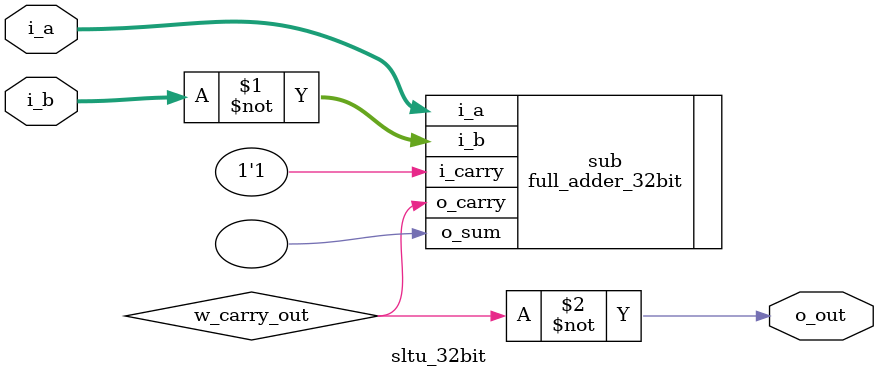
<source format=sv>
module sltu_32bit (
	input  wire [31:0] i_a,    // Unsigned input A
	input  wire [31:0] i_b,    // Unsigned input B
	output wire        o_out   // Output: 1 if i_a < i_b, else 0
);
	wire w_carry_out; // Carry-out from subtraction (used to detect borrow)
	
	// Subtract: A - B = A + (~B + 1)
	full_adder_32bit sub (
		.i_a(i_a),
		.i_b(~i_b),
		.i_carry(1'b1),
		.o_sum(),
		.o_carry(w_carry_out)
	);
	
	// If carry-out is 0, borrow happened => i_a < i_b (unsigned)
	assign o_out = ~w_carry_out;

endmodule
</source>
